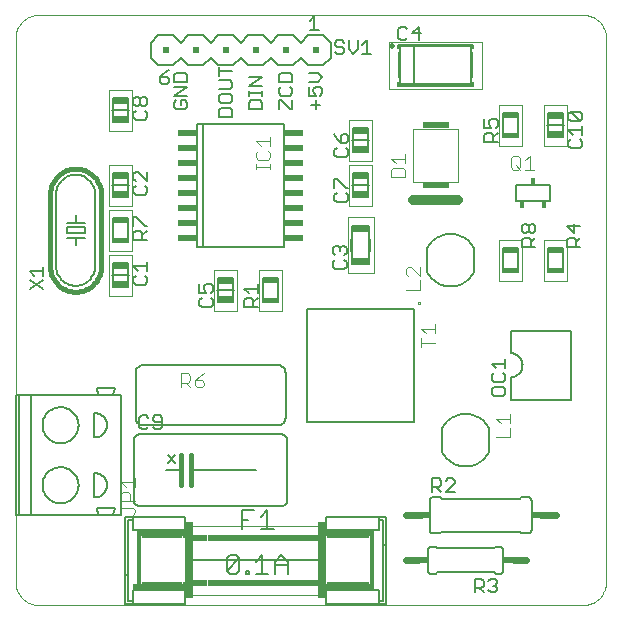
<source format=gto>
G75*
G70*
%OFA0B0*%
%FSLAX24Y24*%
%IPPOS*%
%LPD*%
%AMOC8*
5,1,8,0,0,1.08239X$1,22.5*
%
%ADD10C,0.0000*%
%ADD11C,0.0050*%
%ADD12C,0.0320*%
%ADD13C,0.0079*%
%ADD14C,0.0040*%
%ADD15R,0.0598X0.0193*%
%ADD16C,0.0160*%
%ADD17C,0.0060*%
%ADD18R,0.0492X0.0189*%
%ADD19R,0.0492X0.0157*%
%ADD20C,0.0020*%
%ADD21R,0.0150X0.1600*%
%ADD22R,0.0250X0.0450*%
%ADD23R,0.0250X0.1600*%
%ADD24R,0.0500X0.0200*%
%ADD25R,0.1750X0.0200*%
%ADD26R,0.3200X0.0200*%
%ADD27R,0.0100X0.0050*%
%ADD28R,0.1250X0.0050*%
%ADD29R,0.1600X0.0200*%
%ADD30C,0.0070*%
%ADD31C,0.0240*%
%ADD32R,0.0340X0.0240*%
%ADD33C,0.0197*%
%ADD34R,0.0050X0.0866*%
%ADD35R,0.0591X0.0199*%
%ADD36R,0.0866X0.0217*%
%ADD37R,0.0200X0.0200*%
%ADD38R,0.0180X0.0230*%
D10*
X000180Y000887D02*
X000180Y018998D01*
X000182Y019052D01*
X000187Y019105D01*
X000196Y019158D01*
X000209Y019210D01*
X000225Y019262D01*
X000245Y019312D01*
X000268Y019360D01*
X000295Y019407D01*
X000324Y019452D01*
X000357Y019495D01*
X000392Y019535D01*
X000430Y019573D01*
X000470Y019608D01*
X000513Y019641D01*
X000558Y019670D01*
X000605Y019697D01*
X000653Y019720D01*
X000703Y019740D01*
X000755Y019756D01*
X000807Y019769D01*
X000860Y019778D01*
X000913Y019783D01*
X000967Y019785D01*
X019078Y019785D01*
X019132Y019783D01*
X019185Y019778D01*
X019238Y019769D01*
X019290Y019756D01*
X019342Y019740D01*
X019392Y019720D01*
X019440Y019697D01*
X019487Y019670D01*
X019532Y019641D01*
X019575Y019608D01*
X019615Y019573D01*
X019653Y019535D01*
X019688Y019495D01*
X019721Y019452D01*
X019750Y019407D01*
X019777Y019360D01*
X019800Y019312D01*
X019820Y019262D01*
X019836Y019210D01*
X019849Y019158D01*
X019858Y019105D01*
X019863Y019052D01*
X019865Y018998D01*
X019865Y000887D01*
X019863Y000833D01*
X019858Y000780D01*
X019849Y000727D01*
X019836Y000675D01*
X019820Y000623D01*
X019800Y000573D01*
X019777Y000525D01*
X019750Y000478D01*
X019721Y000433D01*
X019688Y000390D01*
X019653Y000350D01*
X019615Y000312D01*
X019575Y000277D01*
X019532Y000244D01*
X019487Y000215D01*
X019440Y000188D01*
X019392Y000165D01*
X019342Y000145D01*
X019290Y000129D01*
X019238Y000116D01*
X019185Y000107D01*
X019132Y000102D01*
X019078Y000100D01*
X000967Y000100D01*
X000913Y000102D01*
X000860Y000107D01*
X000807Y000116D01*
X000755Y000129D01*
X000703Y000145D01*
X000653Y000165D01*
X000605Y000188D01*
X000558Y000215D01*
X000513Y000244D01*
X000470Y000277D01*
X000430Y000312D01*
X000392Y000350D01*
X000357Y000390D01*
X000324Y000433D01*
X000295Y000478D01*
X000268Y000525D01*
X000245Y000573D01*
X000225Y000623D01*
X000209Y000675D01*
X000196Y000727D01*
X000187Y000780D01*
X000182Y000833D01*
X000180Y000887D01*
X006786Y009911D02*
X006786Y011289D01*
X007574Y011289D01*
X007574Y009911D01*
X006786Y009911D01*
X008306Y009911D02*
X008306Y011289D01*
X009054Y011289D01*
X009054Y009911D01*
X008306Y009911D01*
X011247Y011175D02*
X011247Y013025D01*
X012113Y013025D01*
X012113Y011175D01*
X011247Y011175D01*
X011286Y013411D02*
X011286Y014789D01*
X012074Y014789D01*
X012074Y013411D01*
X011286Y013411D01*
X011286Y014911D02*
X011286Y016289D01*
X012074Y016289D01*
X012074Y014911D01*
X011286Y014911D01*
X012645Y017313D02*
X015715Y017313D01*
X015715Y018887D01*
X012645Y018887D01*
X012645Y017313D01*
X016306Y016789D02*
X016306Y015411D01*
X017054Y015411D01*
X017054Y016789D01*
X016306Y016789D01*
X017786Y016789D02*
X017786Y015411D01*
X018574Y015411D01*
X018574Y016789D01*
X017786Y016789D01*
X017806Y012289D02*
X018554Y012289D01*
X018554Y010911D01*
X017806Y010911D01*
X017806Y012289D01*
X017054Y012289D02*
X017054Y010911D01*
X016306Y010911D01*
X016306Y012289D01*
X017054Y012289D01*
X004074Y011789D02*
X004074Y010411D01*
X003286Y010411D01*
X003286Y011789D01*
X004074Y011789D01*
X004054Y011911D02*
X004054Y013289D01*
X003306Y013289D01*
X003306Y011911D01*
X004054Y011911D01*
X004074Y013411D02*
X003286Y013411D01*
X003286Y014789D01*
X004074Y014789D01*
X004074Y013411D01*
X004074Y015911D02*
X003286Y015911D01*
X003286Y017289D01*
X004074Y017289D01*
X004074Y015911D01*
D11*
X003926Y016206D02*
X003434Y016206D01*
X003434Y016994D01*
X003926Y016994D01*
X003926Y016206D01*
X004105Y016360D02*
X004180Y016285D01*
X004481Y016285D01*
X004556Y016360D01*
X004556Y016510D01*
X004481Y016585D01*
X004481Y016745D02*
X004405Y016745D01*
X004330Y016820D01*
X004330Y016971D01*
X004405Y017046D01*
X004481Y017046D01*
X004556Y016971D01*
X004556Y016820D01*
X004481Y016745D01*
X004330Y016820D02*
X004255Y016745D01*
X004180Y016745D01*
X004105Y016820D01*
X004105Y016971D01*
X004180Y017046D01*
X004255Y017046D01*
X004330Y016971D01*
X004180Y016585D02*
X004105Y016510D01*
X004105Y016360D01*
X003956Y016600D02*
X003404Y016600D01*
X004995Y017550D02*
X005070Y017475D01*
X005220Y017475D01*
X005295Y017550D01*
X005295Y017625D01*
X005220Y017700D01*
X004995Y017700D01*
X004995Y017550D01*
X004995Y017700D02*
X005145Y017850D01*
X005295Y017925D01*
X005455Y017771D02*
X005455Y017546D01*
X005905Y017546D01*
X005905Y017771D01*
X005830Y017846D01*
X005530Y017846D01*
X005455Y017771D01*
X005455Y017386D02*
X005905Y017386D01*
X005455Y017085D01*
X005905Y017085D01*
X005830Y016925D02*
X005680Y016925D01*
X005680Y016775D01*
X005530Y016625D02*
X005830Y016625D01*
X005905Y016700D01*
X005905Y016850D01*
X005830Y016925D01*
X005530Y016925D02*
X005455Y016850D01*
X005455Y016700D01*
X005530Y016625D01*
X006955Y016600D02*
X006955Y016375D01*
X007405Y016375D01*
X007405Y016600D01*
X007330Y016675D01*
X007030Y016675D01*
X006955Y016600D01*
X007030Y016835D02*
X007330Y016835D01*
X007405Y016910D01*
X007405Y017061D01*
X007330Y017136D01*
X007030Y017136D01*
X006955Y017061D01*
X006955Y016910D01*
X007030Y016835D01*
X006955Y017296D02*
X007330Y017296D01*
X007405Y017371D01*
X007405Y017521D01*
X007330Y017596D01*
X006955Y017596D01*
X006955Y017756D02*
X006955Y018056D01*
X006955Y017906D02*
X007405Y017906D01*
X007955Y017693D02*
X008405Y017693D01*
X007955Y017392D01*
X008405Y017392D01*
X008405Y017236D02*
X008405Y017085D01*
X008405Y017160D02*
X007955Y017160D01*
X007955Y017085D02*
X007955Y017236D01*
X008030Y016925D02*
X007955Y016850D01*
X007955Y016625D01*
X008405Y016625D01*
X008405Y016850D01*
X008330Y016925D01*
X008030Y016925D01*
X008955Y016925D02*
X008955Y016625D01*
X008955Y016925D02*
X009030Y016925D01*
X009330Y016625D01*
X009405Y016625D01*
X009405Y016925D01*
X009330Y017085D02*
X009030Y017085D01*
X008955Y017160D01*
X008955Y017311D01*
X009030Y017386D01*
X008955Y017546D02*
X008955Y017771D01*
X009030Y017846D01*
X009330Y017846D01*
X009405Y017771D01*
X009405Y017546D01*
X008955Y017546D01*
X009330Y017386D02*
X009405Y017311D01*
X009405Y017160D01*
X009330Y017085D01*
X009955Y017085D02*
X010180Y017085D01*
X010105Y017236D01*
X010105Y017311D01*
X010180Y017386D01*
X010330Y017386D01*
X010405Y017311D01*
X010405Y017160D01*
X010330Y017085D01*
X010180Y016925D02*
X010180Y016625D01*
X010030Y016775D02*
X010330Y016775D01*
X009955Y017085D02*
X009955Y017386D01*
X009955Y017546D02*
X010255Y017546D01*
X010405Y017696D01*
X010255Y017846D01*
X009955Y017846D01*
X010824Y018550D02*
X010899Y018475D01*
X011049Y018475D01*
X011124Y018550D01*
X011124Y018625D01*
X011049Y018700D01*
X010899Y018700D01*
X010824Y018775D01*
X010824Y018850D01*
X010899Y018925D01*
X011049Y018925D01*
X011124Y018850D01*
X011284Y018925D02*
X011284Y018625D01*
X011434Y018475D01*
X011584Y018625D01*
X011584Y018925D01*
X011745Y018775D02*
X011895Y018925D01*
X011895Y018475D01*
X011745Y018475D02*
X012045Y018475D01*
X012940Y018668D02*
X012940Y018789D01*
X015420Y018789D01*
X015420Y018668D01*
X015361Y018730D02*
X015361Y017470D01*
X013471Y017470D01*
X013471Y018730D01*
X015361Y018730D01*
X015420Y017532D02*
X015420Y017411D01*
X012940Y017411D01*
X012940Y017532D01*
X012999Y017470D02*
X013471Y017470D01*
X012999Y017470D02*
X012999Y018730D01*
X013471Y018730D01*
X013625Y018939D02*
X013625Y019389D01*
X013400Y019164D01*
X013700Y019164D01*
X013240Y019014D02*
X013165Y018939D01*
X013015Y018939D01*
X012940Y019014D01*
X012940Y019314D01*
X013015Y019389D01*
X013165Y019389D01*
X013240Y019314D01*
X010295Y019275D02*
X009995Y019275D01*
X010145Y019275D02*
X010145Y019725D01*
X009995Y019575D01*
X011434Y015994D02*
X011926Y015994D01*
X011926Y015206D01*
X011434Y015206D01*
X011434Y015994D01*
X011179Y015805D02*
X011104Y015805D01*
X011029Y015730D01*
X011029Y015505D01*
X011179Y015505D01*
X011254Y015580D01*
X011254Y015730D01*
X011179Y015805D01*
X011404Y015600D02*
X011956Y015600D01*
X011254Y015269D02*
X011254Y015119D01*
X011179Y015044D01*
X010879Y015044D01*
X010804Y015119D01*
X010804Y015269D01*
X010879Y015345D01*
X011029Y015505D02*
X010879Y015655D01*
X010804Y015805D01*
X011179Y015345D02*
X011254Y015269D01*
X011434Y014494D02*
X011926Y014494D01*
X011926Y013706D01*
X011434Y013706D01*
X011434Y014494D01*
X011404Y014100D02*
X011956Y014100D01*
X011254Y014005D02*
X011179Y014005D01*
X010879Y014305D01*
X010804Y014305D01*
X010804Y014005D01*
X010879Y013845D02*
X010804Y013769D01*
X010804Y013619D01*
X010879Y013544D01*
X011179Y013544D01*
X011254Y013619D01*
X011254Y013769D01*
X011179Y013845D01*
X011385Y012730D02*
X011975Y012730D01*
X011975Y011470D01*
X011385Y011470D01*
X011385Y012730D01*
X011365Y012297D02*
X011365Y011903D01*
X011215Y011844D02*
X011140Y011768D01*
X011215Y011844D02*
X011215Y011994D01*
X011140Y012069D01*
X011065Y012069D01*
X010990Y011994D01*
X010990Y011919D01*
X010990Y011994D02*
X010915Y012069D01*
X010840Y012069D01*
X010765Y011994D01*
X010765Y011844D01*
X010840Y011768D01*
X010840Y011608D02*
X010765Y011533D01*
X010765Y011383D01*
X010840Y011308D01*
X011140Y011308D01*
X011215Y011383D01*
X011215Y011533D01*
X011140Y011608D01*
X011995Y011903D02*
X011995Y012297D01*
X013893Y011994D02*
X013893Y011206D01*
X013893Y011994D02*
X013922Y012045D01*
X013954Y012094D01*
X013989Y012141D01*
X014028Y012185D01*
X014069Y012227D01*
X014113Y012265D01*
X014159Y012301D01*
X014208Y012334D01*
X014258Y012364D01*
X014311Y012390D01*
X014365Y012412D01*
X014420Y012431D01*
X014477Y012446D01*
X014534Y012458D01*
X014592Y012466D01*
X014651Y012470D01*
X014709Y012470D01*
X014768Y012466D01*
X014826Y012458D01*
X014883Y012446D01*
X014940Y012431D01*
X014995Y012412D01*
X015049Y012390D01*
X015102Y012364D01*
X015152Y012334D01*
X015201Y012301D01*
X015247Y012265D01*
X015291Y012227D01*
X015332Y012185D01*
X015371Y012141D01*
X015406Y012094D01*
X015438Y012045D01*
X015467Y011994D01*
X015467Y011206D01*
X015438Y011155D01*
X015406Y011106D01*
X015371Y011059D01*
X015332Y011015D01*
X015291Y010973D01*
X015247Y010935D01*
X015201Y010899D01*
X015152Y010866D01*
X015102Y010836D01*
X015049Y010810D01*
X014995Y010788D01*
X014940Y010769D01*
X014883Y010754D01*
X014826Y010742D01*
X014768Y010734D01*
X014709Y010730D01*
X014651Y010730D01*
X014592Y010734D01*
X014534Y010742D01*
X014477Y010754D01*
X014420Y010769D01*
X014365Y010788D01*
X014311Y010810D01*
X014258Y010836D01*
X014208Y010866D01*
X014159Y010899D01*
X014113Y010935D01*
X014069Y010973D01*
X014028Y011015D01*
X013989Y011059D01*
X013954Y011106D01*
X013922Y011155D01*
X013893Y011206D01*
X013450Y009980D02*
X009910Y009980D01*
X009910Y006220D01*
X013450Y006220D01*
X013450Y009980D01*
X016055Y008146D02*
X016505Y008146D01*
X016505Y007996D02*
X016505Y008296D01*
X016205Y007996D02*
X016055Y008146D01*
X016130Y007836D02*
X016055Y007761D01*
X016055Y007610D01*
X016130Y007535D01*
X016430Y007535D01*
X016505Y007610D01*
X016505Y007761D01*
X016430Y007836D01*
X016430Y007375D02*
X016130Y007375D01*
X016055Y007300D01*
X016055Y007150D01*
X016130Y007075D01*
X016430Y007075D01*
X016505Y007150D01*
X016505Y007300D01*
X016430Y007375D01*
X015967Y005994D02*
X015967Y005206D01*
X015967Y005994D02*
X015938Y006045D01*
X015906Y006094D01*
X015871Y006141D01*
X015832Y006185D01*
X015791Y006227D01*
X015747Y006265D01*
X015701Y006301D01*
X015652Y006334D01*
X015602Y006364D01*
X015549Y006390D01*
X015495Y006412D01*
X015440Y006431D01*
X015383Y006446D01*
X015326Y006458D01*
X015268Y006466D01*
X015209Y006470D01*
X015151Y006470D01*
X015092Y006466D01*
X015034Y006458D01*
X014977Y006446D01*
X014920Y006431D01*
X014865Y006412D01*
X014811Y006390D01*
X014758Y006364D01*
X014708Y006334D01*
X014659Y006301D01*
X014613Y006265D01*
X014569Y006227D01*
X014528Y006185D01*
X014489Y006141D01*
X014454Y006094D01*
X014422Y006045D01*
X014393Y005994D01*
X014393Y005206D01*
X014422Y005155D01*
X014454Y005106D01*
X014489Y005059D01*
X014528Y005015D01*
X014569Y004973D01*
X014613Y004935D01*
X014659Y004899D01*
X014708Y004866D01*
X014758Y004836D01*
X014811Y004810D01*
X014865Y004788D01*
X014920Y004769D01*
X014977Y004754D01*
X015034Y004742D01*
X015092Y004734D01*
X015151Y004730D01*
X015209Y004730D01*
X015268Y004734D01*
X015326Y004742D01*
X015383Y004754D01*
X015440Y004769D01*
X015495Y004788D01*
X015549Y004810D01*
X015602Y004836D01*
X015652Y004866D01*
X015701Y004899D01*
X015747Y004935D01*
X015791Y004973D01*
X015832Y005015D01*
X015871Y005059D01*
X015906Y005106D01*
X015938Y005155D01*
X015967Y005206D01*
X014816Y004250D02*
X014816Y004175D01*
X014515Y003875D01*
X014816Y003875D01*
X014816Y004250D02*
X014741Y004325D01*
X014590Y004325D01*
X014515Y004250D01*
X014355Y004250D02*
X014355Y004100D01*
X014280Y004025D01*
X014055Y004025D01*
X014055Y003875D02*
X014055Y004325D01*
X014280Y004325D01*
X014355Y004250D01*
X014205Y004025D02*
X014355Y003875D01*
X015484Y000975D02*
X015709Y000975D01*
X015784Y000900D01*
X015784Y000750D01*
X015709Y000675D01*
X015484Y000675D01*
X015484Y000525D02*
X015484Y000975D01*
X015634Y000675D02*
X015784Y000525D01*
X015945Y000600D02*
X016020Y000525D01*
X016170Y000525D01*
X016245Y000600D01*
X016245Y000675D01*
X016170Y000750D01*
X016095Y000750D01*
X016170Y000750D02*
X016245Y000825D01*
X016245Y000900D01*
X016170Y000975D01*
X016020Y000975D01*
X015945Y000900D01*
X009180Y006350D02*
X009180Y007850D01*
X009178Y007880D01*
X009173Y007910D01*
X009164Y007939D01*
X009151Y007966D01*
X009136Y007992D01*
X009117Y008016D01*
X009096Y008037D01*
X009072Y008056D01*
X009046Y008071D01*
X009019Y008084D01*
X008990Y008093D01*
X008960Y008098D01*
X008930Y008100D01*
X004430Y008100D01*
X004400Y008098D01*
X004370Y008093D01*
X004341Y008084D01*
X004314Y008071D01*
X004288Y008056D01*
X004264Y008037D01*
X004243Y008016D01*
X004224Y007992D01*
X004209Y007966D01*
X004196Y007939D01*
X004187Y007910D01*
X004182Y007880D01*
X004180Y007850D01*
X004180Y006350D01*
X004305Y006350D02*
X004305Y006050D01*
X004380Y005975D01*
X004530Y005975D01*
X004605Y006050D01*
X004765Y006050D02*
X004840Y005975D01*
X004991Y005975D01*
X005066Y006050D01*
X005066Y006350D01*
X004991Y006425D01*
X004840Y006425D01*
X004765Y006350D01*
X004765Y006275D01*
X004840Y006200D01*
X005066Y006200D01*
X004605Y006350D02*
X004530Y006425D01*
X004380Y006425D01*
X004305Y006350D01*
X004180Y006350D02*
X004182Y006320D01*
X004187Y006290D01*
X004196Y006261D01*
X004209Y006234D01*
X004224Y006208D01*
X004243Y006184D01*
X004264Y006163D01*
X004288Y006144D01*
X004314Y006129D01*
X004341Y006116D01*
X004370Y006107D01*
X004400Y006102D01*
X004430Y006100D01*
X008930Y006100D01*
X008960Y006102D01*
X008990Y006107D01*
X009019Y006116D01*
X009046Y006129D01*
X009072Y006144D01*
X009096Y006163D01*
X009117Y006184D01*
X009136Y006208D01*
X009151Y006234D01*
X009164Y006261D01*
X009173Y006290D01*
X009178Y006320D01*
X009180Y006350D01*
X008254Y010044D02*
X007804Y010044D01*
X007804Y010269D01*
X007879Y010345D01*
X008029Y010345D01*
X008104Y010269D01*
X008104Y010044D01*
X008104Y010194D02*
X008254Y010345D01*
X008254Y010505D02*
X008254Y010805D01*
X008254Y010655D02*
X007804Y010655D01*
X007954Y010505D01*
X008434Y010206D02*
X008434Y010994D01*
X008926Y010994D01*
X008926Y010206D01*
X008434Y010206D01*
X007426Y010206D02*
X007426Y010994D01*
X006934Y010994D01*
X006934Y010206D01*
X007426Y010206D01*
X007456Y010600D02*
X006904Y010600D01*
X006754Y010580D02*
X006754Y010730D01*
X006679Y010805D01*
X006529Y010805D01*
X006454Y010730D01*
X006454Y010655D01*
X006529Y010505D01*
X006304Y010505D01*
X006304Y010805D01*
X006379Y010345D02*
X006304Y010269D01*
X006304Y010119D01*
X006379Y010044D01*
X006679Y010044D01*
X006754Y010119D01*
X006754Y010269D01*
X006679Y010345D01*
X006679Y010505D02*
X006754Y010580D01*
X004556Y010860D02*
X004481Y010785D01*
X004180Y010785D01*
X004105Y010860D01*
X004105Y011010D01*
X004180Y011085D01*
X004255Y011245D02*
X004105Y011395D01*
X004556Y011395D01*
X004556Y011245D02*
X004556Y011546D01*
X004481Y011085D02*
X004556Y011010D01*
X004556Y010860D01*
X003956Y011100D02*
X003404Y011100D01*
X003434Y010706D02*
X003434Y011494D01*
X003926Y011494D01*
X003926Y010706D01*
X003434Y010706D01*
X003434Y012206D02*
X003434Y012994D01*
X003926Y012994D01*
X003926Y012206D01*
X003434Y012206D01*
X004105Y012285D02*
X004105Y012510D01*
X004180Y012585D01*
X004330Y012585D01*
X004405Y012510D01*
X004405Y012285D01*
X004405Y012435D02*
X004556Y012585D01*
X004556Y012745D02*
X004481Y012745D01*
X004180Y013046D01*
X004105Y013046D01*
X004105Y012745D01*
X004105Y012285D02*
X004556Y012285D01*
X004481Y013785D02*
X004180Y013785D01*
X004105Y013860D01*
X004105Y014010D01*
X004180Y014085D01*
X004180Y014245D02*
X004105Y014320D01*
X004105Y014471D01*
X004180Y014546D01*
X004255Y014546D01*
X004556Y014245D01*
X004556Y014546D01*
X004481Y014085D02*
X004556Y014010D01*
X004556Y013860D01*
X004481Y013785D01*
X003926Y013706D02*
X003926Y014494D01*
X003434Y014494D01*
X003434Y013706D01*
X003926Y013706D01*
X003956Y014100D02*
X003404Y014100D01*
X001105Y011386D02*
X001105Y011085D01*
X001105Y011236D02*
X000655Y011236D01*
X000805Y011085D01*
X000655Y010925D02*
X001105Y010625D01*
X001105Y010925D02*
X000655Y010625D01*
X002880Y007350D02*
X002930Y007100D01*
X002880Y007350D02*
X003480Y007350D01*
X003430Y007100D01*
X003680Y007100D02*
X003680Y003100D01*
X000680Y003100D01*
X000680Y007100D01*
X003680Y007100D01*
X002780Y006500D02*
X002780Y005700D01*
X002819Y005697D01*
X002858Y005698D01*
X002897Y005703D01*
X002935Y005711D01*
X002972Y005723D01*
X003008Y005738D01*
X003042Y005757D01*
X003074Y005779D01*
X003104Y005804D01*
X003131Y005832D01*
X003156Y005863D01*
X003177Y005895D01*
X003195Y005930D01*
X003210Y005966D01*
X003221Y006003D01*
X003229Y006042D01*
X003233Y006080D01*
X003233Y006120D01*
X003229Y006158D01*
X003221Y006197D01*
X003210Y006234D01*
X003195Y006270D01*
X003177Y006305D01*
X003156Y006337D01*
X003131Y006368D01*
X003104Y006396D01*
X003074Y006421D01*
X003042Y006443D01*
X003008Y006462D01*
X002972Y006477D01*
X002935Y006489D01*
X002897Y006497D01*
X002858Y006502D01*
X002819Y006503D01*
X002780Y006500D01*
X001080Y006100D02*
X001082Y006149D01*
X001088Y006197D01*
X001098Y006245D01*
X001112Y006292D01*
X001129Y006338D01*
X001150Y006382D01*
X001175Y006424D01*
X001203Y006464D01*
X001235Y006502D01*
X001269Y006537D01*
X001306Y006569D01*
X001345Y006598D01*
X001387Y006624D01*
X001431Y006646D01*
X001476Y006664D01*
X001523Y006679D01*
X001570Y006690D01*
X001619Y006697D01*
X001668Y006700D01*
X001717Y006699D01*
X001765Y006694D01*
X001814Y006685D01*
X001861Y006672D01*
X001907Y006655D01*
X001951Y006635D01*
X001994Y006611D01*
X002035Y006584D01*
X002073Y006553D01*
X002109Y006520D01*
X002141Y006484D01*
X002171Y006445D01*
X002198Y006404D01*
X002221Y006360D01*
X002240Y006315D01*
X002256Y006269D01*
X002268Y006222D01*
X002276Y006173D01*
X002280Y006124D01*
X002280Y006076D01*
X002276Y006027D01*
X002268Y005978D01*
X002256Y005931D01*
X002240Y005885D01*
X002221Y005840D01*
X002198Y005796D01*
X002171Y005755D01*
X002141Y005716D01*
X002109Y005680D01*
X002073Y005647D01*
X002035Y005616D01*
X001994Y005589D01*
X001951Y005565D01*
X001907Y005545D01*
X001861Y005528D01*
X001814Y005515D01*
X001765Y005506D01*
X001717Y005501D01*
X001668Y005500D01*
X001619Y005503D01*
X001570Y005510D01*
X001523Y005521D01*
X001476Y005536D01*
X001431Y005554D01*
X001387Y005576D01*
X001345Y005602D01*
X001306Y005631D01*
X001269Y005663D01*
X001235Y005698D01*
X001203Y005736D01*
X001175Y005776D01*
X001150Y005818D01*
X001129Y005862D01*
X001112Y005908D01*
X001098Y005955D01*
X001088Y006003D01*
X001082Y006051D01*
X001080Y006100D01*
X000680Y007100D02*
X000280Y007100D01*
X000280Y003100D01*
X000180Y003100D01*
X000180Y007100D01*
X000280Y007100D01*
X002780Y004500D02*
X002780Y003700D01*
X002880Y003350D02*
X002930Y003100D01*
X002880Y003350D02*
X003480Y003350D01*
X003430Y003100D01*
X002780Y003700D02*
X002819Y003697D01*
X002858Y003698D01*
X002897Y003703D01*
X002935Y003711D01*
X002972Y003723D01*
X003008Y003738D01*
X003042Y003757D01*
X003074Y003779D01*
X003104Y003804D01*
X003131Y003832D01*
X003156Y003863D01*
X003177Y003895D01*
X003195Y003930D01*
X003210Y003966D01*
X003221Y004003D01*
X003229Y004042D01*
X003233Y004080D01*
X003233Y004120D01*
X003229Y004158D01*
X003221Y004197D01*
X003210Y004234D01*
X003195Y004270D01*
X003177Y004305D01*
X003156Y004337D01*
X003131Y004368D01*
X003104Y004396D01*
X003074Y004421D01*
X003042Y004443D01*
X003008Y004462D01*
X002972Y004477D01*
X002935Y004489D01*
X002897Y004497D01*
X002858Y004502D01*
X002819Y004503D01*
X002780Y004500D01*
X001080Y004100D02*
X001082Y004149D01*
X001088Y004197D01*
X001098Y004245D01*
X001112Y004292D01*
X001129Y004338D01*
X001150Y004382D01*
X001175Y004424D01*
X001203Y004464D01*
X001235Y004502D01*
X001269Y004537D01*
X001306Y004569D01*
X001345Y004598D01*
X001387Y004624D01*
X001431Y004646D01*
X001476Y004664D01*
X001523Y004679D01*
X001570Y004690D01*
X001619Y004697D01*
X001668Y004700D01*
X001717Y004699D01*
X001765Y004694D01*
X001814Y004685D01*
X001861Y004672D01*
X001907Y004655D01*
X001951Y004635D01*
X001994Y004611D01*
X002035Y004584D01*
X002073Y004553D01*
X002109Y004520D01*
X002141Y004484D01*
X002171Y004445D01*
X002198Y004404D01*
X002221Y004360D01*
X002240Y004315D01*
X002256Y004269D01*
X002268Y004222D01*
X002276Y004173D01*
X002280Y004124D01*
X002280Y004076D01*
X002276Y004027D01*
X002268Y003978D01*
X002256Y003931D01*
X002240Y003885D01*
X002221Y003840D01*
X002198Y003796D01*
X002171Y003755D01*
X002141Y003716D01*
X002109Y003680D01*
X002073Y003647D01*
X002035Y003616D01*
X001994Y003589D01*
X001951Y003565D01*
X001907Y003545D01*
X001861Y003528D01*
X001814Y003515D01*
X001765Y003506D01*
X001717Y003501D01*
X001668Y003500D01*
X001619Y003503D01*
X001570Y003510D01*
X001523Y003521D01*
X001476Y003536D01*
X001431Y003554D01*
X001387Y003576D01*
X001345Y003602D01*
X001306Y003631D01*
X001269Y003663D01*
X001235Y003698D01*
X001203Y003736D01*
X001175Y003776D01*
X001150Y003818D01*
X001129Y003862D01*
X001112Y003908D01*
X001098Y003955D01*
X001088Y004003D01*
X001082Y004051D01*
X001080Y004100D01*
X000680Y003100D02*
X000280Y003100D01*
X015804Y015544D02*
X015804Y015769D01*
X015879Y015845D01*
X016029Y015845D01*
X016104Y015769D01*
X016104Y015544D01*
X016254Y015544D02*
X015804Y015544D01*
X016104Y015694D02*
X016254Y015845D01*
X016179Y016005D02*
X016254Y016080D01*
X016254Y016230D01*
X016179Y016305D01*
X016029Y016305D01*
X015954Y016230D01*
X015954Y016155D01*
X016029Y016005D01*
X015804Y016005D01*
X015804Y016305D01*
X016434Y016494D02*
X016434Y015706D01*
X016926Y015706D01*
X016926Y016494D01*
X016434Y016494D01*
X017934Y016494D02*
X017934Y015706D01*
X018426Y015706D01*
X018426Y016494D01*
X017934Y016494D01*
X017904Y016100D02*
X018456Y016100D01*
X018605Y015935D02*
X019056Y015935D01*
X019056Y015785D02*
X019056Y016085D01*
X018981Y016245D02*
X018680Y016546D01*
X018981Y016546D01*
X019056Y016471D01*
X019056Y016320D01*
X018981Y016245D01*
X018680Y016245D01*
X018605Y016320D01*
X018605Y016471D01*
X018680Y016546D01*
X018605Y015935D02*
X018755Y015785D01*
X018680Y015625D02*
X018605Y015550D01*
X018605Y015400D01*
X018680Y015325D01*
X018981Y015325D01*
X019056Y015400D01*
X019056Y015550D01*
X018981Y015625D01*
X017990Y014110D02*
X016870Y014110D01*
X016870Y013590D01*
X017990Y013590D01*
X017990Y014110D01*
X017429Y012805D02*
X017354Y012805D01*
X017279Y012730D01*
X017279Y012580D01*
X017204Y012505D01*
X017129Y012505D01*
X017054Y012580D01*
X017054Y012730D01*
X017129Y012805D01*
X017204Y012805D01*
X017279Y012730D01*
X017279Y012580D02*
X017354Y012505D01*
X017429Y012505D01*
X017504Y012580D01*
X017504Y012730D01*
X017429Y012805D01*
X017504Y012345D02*
X017354Y012194D01*
X017354Y012269D02*
X017354Y012044D01*
X017504Y012044D02*
X017054Y012044D01*
X017054Y012269D01*
X017129Y012345D01*
X017279Y012345D01*
X017354Y012269D01*
X016926Y011994D02*
X016926Y011206D01*
X016434Y011206D01*
X016434Y011994D01*
X016926Y011994D01*
X017934Y011994D02*
X017934Y011206D01*
X018426Y011206D01*
X018426Y011994D01*
X017934Y011994D01*
X018554Y012044D02*
X018554Y012269D01*
X018629Y012345D01*
X018779Y012345D01*
X018854Y012269D01*
X018854Y012044D01*
X019004Y012044D02*
X018554Y012044D01*
X018854Y012194D02*
X019004Y012345D01*
X018779Y012505D02*
X018779Y012805D01*
X018554Y012730D02*
X018779Y012505D01*
X019004Y012730D02*
X018554Y012730D01*
D12*
X014930Y013600D02*
X013430Y013600D01*
D13*
X009137Y012057D02*
X006420Y012057D01*
X006223Y012057D01*
X006223Y016143D01*
X006420Y016143D01*
X006420Y012057D01*
X009137Y012057D02*
X009137Y016143D01*
X006420Y016143D01*
D14*
X008200Y015563D02*
X008353Y015410D01*
X008276Y015256D02*
X008200Y015179D01*
X008200Y015026D01*
X008276Y014949D01*
X008583Y014949D01*
X008660Y015026D01*
X008660Y015179D01*
X008583Y015256D01*
X008660Y015410D02*
X008660Y015717D01*
X008660Y015563D02*
X008200Y015563D01*
X008200Y014796D02*
X008200Y014642D01*
X008200Y014719D02*
X008660Y014719D01*
X008660Y014642D02*
X008660Y014796D01*
X012700Y014984D02*
X013160Y014984D01*
X013160Y015137D02*
X013160Y014830D01*
X013083Y014677D02*
X012776Y014677D01*
X012700Y014600D01*
X012700Y014370D01*
X013160Y014370D01*
X013160Y014600D01*
X013083Y014677D01*
X012853Y014830D02*
X012700Y014984D01*
X013424Y014218D02*
X013424Y015982D01*
X014936Y015982D01*
X014936Y014218D01*
X013424Y014218D01*
X013353Y011387D02*
X013276Y011387D01*
X013200Y011311D01*
X013200Y011157D01*
X013276Y011080D01*
X013353Y011387D02*
X013660Y011080D01*
X013660Y011387D01*
X013660Y010927D02*
X013660Y010620D01*
X013200Y010620D01*
X013583Y010217D02*
X013660Y010217D01*
X013660Y010140D01*
X013583Y010140D01*
X013583Y010217D01*
X014160Y009467D02*
X014160Y009160D01*
X014160Y009313D02*
X013700Y009313D01*
X013853Y009160D01*
X013700Y009006D02*
X013700Y008699D01*
X013700Y008853D02*
X014160Y008853D01*
X016660Y006467D02*
X016660Y006160D01*
X016660Y006313D02*
X016200Y006313D01*
X016353Y006160D01*
X016660Y006006D02*
X016660Y005699D01*
X016200Y005699D01*
X016777Y014620D02*
X016700Y014697D01*
X016700Y015004D01*
X016777Y015080D01*
X016930Y015080D01*
X017007Y015004D01*
X017007Y014697D01*
X016930Y014620D01*
X016777Y014620D01*
X016853Y014773D02*
X017007Y014620D01*
X017160Y014620D02*
X017467Y014620D01*
X017314Y014620D02*
X017314Y015080D01*
X017160Y014927D01*
X006467Y007830D02*
X006314Y007754D01*
X006160Y007600D01*
X006391Y007600D01*
X006467Y007523D01*
X006467Y007447D01*
X006391Y007370D01*
X006237Y007370D01*
X006160Y007447D01*
X006160Y007600D01*
X006007Y007600D02*
X005930Y007523D01*
X005700Y007523D01*
X005700Y007370D02*
X005700Y007830D01*
X005930Y007830D01*
X006007Y007754D01*
X006007Y007600D01*
X005853Y007523D02*
X006007Y007370D01*
X004160Y004348D02*
X004160Y004041D01*
X004160Y004194D02*
X003700Y004194D01*
X003853Y004041D01*
X003776Y003887D02*
X003700Y003811D01*
X003700Y003580D01*
X004160Y003580D01*
X004007Y003580D02*
X004007Y003811D01*
X003930Y003887D01*
X003776Y003887D01*
X003700Y003427D02*
X003700Y003273D01*
X003700Y003350D02*
X004083Y003350D01*
X004160Y003273D01*
X004160Y003197D01*
X004083Y003120D01*
D15*
X005885Y012350D03*
X005885Y012850D03*
X005885Y013350D03*
X005885Y013850D03*
X005885Y014350D03*
X005885Y014850D03*
X005885Y015350D03*
X005885Y015850D03*
X009475Y015850D03*
X009475Y015350D03*
X009475Y014850D03*
X009475Y014350D03*
X009475Y013850D03*
X009475Y013350D03*
X009475Y012850D03*
X009475Y012350D03*
D16*
X003030Y011400D02*
X003030Y013800D01*
X003028Y013857D01*
X003022Y013913D01*
X003013Y013969D01*
X003000Y014025D01*
X002983Y014079D01*
X002963Y014132D01*
X002939Y014183D01*
X002911Y014233D01*
X002881Y014281D01*
X002847Y014327D01*
X002810Y014370D01*
X002771Y014411D01*
X002729Y014449D01*
X002684Y014484D01*
X002637Y014516D01*
X002588Y014545D01*
X002538Y014571D01*
X002485Y014593D01*
X002432Y014612D01*
X002377Y014627D01*
X002321Y014638D01*
X002265Y014646D01*
X002208Y014650D01*
X002152Y014650D01*
X002095Y014646D01*
X002039Y014638D01*
X001983Y014627D01*
X001928Y014612D01*
X001875Y014593D01*
X001822Y014571D01*
X001772Y014545D01*
X001723Y014516D01*
X001676Y014484D01*
X001631Y014449D01*
X001589Y014411D01*
X001550Y014370D01*
X001513Y014327D01*
X001479Y014281D01*
X001449Y014233D01*
X001421Y014183D01*
X001397Y014132D01*
X001377Y014079D01*
X001360Y014025D01*
X001347Y013969D01*
X001338Y013913D01*
X001332Y013857D01*
X001330Y013800D01*
X001330Y011400D01*
X001332Y011343D01*
X001338Y011287D01*
X001347Y011231D01*
X001360Y011175D01*
X001377Y011121D01*
X001397Y011068D01*
X001421Y011017D01*
X001449Y010967D01*
X001479Y010919D01*
X001513Y010873D01*
X001550Y010830D01*
X001589Y010789D01*
X001631Y010751D01*
X001676Y010716D01*
X001723Y010684D01*
X001772Y010655D01*
X001822Y010629D01*
X001875Y010607D01*
X001928Y010588D01*
X001983Y010573D01*
X002039Y010562D01*
X002095Y010554D01*
X002152Y010550D01*
X002208Y010550D01*
X002265Y010554D01*
X002321Y010562D01*
X002377Y010573D01*
X002432Y010588D01*
X002485Y010607D01*
X002538Y010629D01*
X002588Y010655D01*
X002637Y010684D01*
X002684Y010716D01*
X002729Y010751D01*
X002771Y010789D01*
X002810Y010830D01*
X002847Y010873D01*
X002881Y010919D01*
X002911Y010967D01*
X002939Y011017D01*
X002963Y011068D01*
X002983Y011121D01*
X003000Y011175D01*
X003013Y011231D01*
X003022Y011287D01*
X003028Y011343D01*
X003030Y011400D01*
X005680Y005100D02*
X005680Y004600D01*
X005680Y004100D01*
X006030Y004100D02*
X006030Y004600D01*
X006030Y005100D01*
D17*
X006030Y004600D02*
X008180Y004600D01*
X009230Y003600D02*
X009228Y003574D01*
X009223Y003548D01*
X009215Y003523D01*
X009203Y003500D01*
X009189Y003478D01*
X009171Y003459D01*
X009152Y003441D01*
X009130Y003427D01*
X009107Y003415D01*
X009082Y003407D01*
X009056Y003402D01*
X009030Y003400D01*
X004330Y003400D01*
X004304Y003402D01*
X004278Y003407D01*
X004253Y003415D01*
X004230Y003427D01*
X004208Y003441D01*
X004189Y003459D01*
X004171Y003478D01*
X004157Y003500D01*
X004145Y003523D01*
X004137Y003548D01*
X004132Y003574D01*
X004130Y003600D01*
X004130Y005600D01*
X004132Y005626D01*
X004137Y005652D01*
X004145Y005677D01*
X004157Y005700D01*
X004171Y005722D01*
X004189Y005741D01*
X004208Y005759D01*
X004230Y005773D01*
X004253Y005785D01*
X004278Y005793D01*
X004304Y005798D01*
X004330Y005800D01*
X009030Y005800D01*
X009056Y005798D01*
X009082Y005793D01*
X009107Y005785D01*
X009130Y005773D01*
X009152Y005759D01*
X009171Y005741D01*
X009189Y005722D01*
X009203Y005700D01*
X009215Y005677D01*
X009223Y005652D01*
X009228Y005626D01*
X009230Y005600D01*
X009230Y003600D01*
X010530Y003050D02*
X010530Y002600D01*
X012280Y002600D01*
X012280Y002950D01*
X012430Y002950D01*
X012430Y002400D01*
X012430Y002100D01*
X012430Y000800D01*
X012430Y000250D01*
X012280Y000250D01*
X012280Y000600D01*
X010530Y000600D01*
X010530Y000150D01*
X012280Y000150D01*
X012530Y000150D01*
X012530Y000800D01*
X012530Y002100D01*
X012430Y002100D01*
X012530Y002100D02*
X012530Y002400D01*
X012530Y003050D01*
X012280Y003050D01*
X010530Y003050D01*
X010280Y001600D02*
X009480Y001600D01*
X006880Y001600D01*
X006080Y001600D01*
X005830Y000600D02*
X005830Y000150D01*
X004080Y000150D01*
X003830Y000150D01*
X003830Y000800D01*
X003830Y001100D01*
X003830Y002400D01*
X003830Y003050D01*
X004080Y003050D01*
X004080Y002950D01*
X004080Y002600D01*
X005830Y002600D01*
X005830Y003050D01*
X004080Y003050D01*
X004080Y002950D02*
X003930Y002950D01*
X003930Y002400D01*
X003930Y001100D01*
X003930Y000800D01*
X003930Y000250D01*
X004080Y000250D01*
X004080Y000600D01*
X005830Y000600D01*
X004080Y000250D02*
X004080Y000150D01*
X003930Y001100D02*
X003830Y001100D01*
X005180Y004600D02*
X005680Y004600D01*
X005480Y004830D02*
X005260Y005120D01*
X005480Y005120D02*
X005260Y004830D01*
X002830Y011400D02*
X002830Y013800D01*
X002828Y013850D01*
X002822Y013899D01*
X002813Y013948D01*
X002800Y013996D01*
X002783Y014043D01*
X002763Y014088D01*
X002739Y014132D01*
X002712Y014174D01*
X002681Y014214D01*
X002648Y014251D01*
X002612Y014285D01*
X002574Y014317D01*
X002533Y014346D01*
X002491Y014371D01*
X002446Y014393D01*
X002400Y014412D01*
X002352Y014427D01*
X002304Y014438D01*
X002255Y014446D01*
X002205Y014450D01*
X002155Y014450D01*
X002105Y014446D01*
X002056Y014438D01*
X002008Y014427D01*
X001960Y014412D01*
X001914Y014393D01*
X001869Y014371D01*
X001827Y014346D01*
X001786Y014317D01*
X001748Y014285D01*
X001712Y014251D01*
X001679Y014214D01*
X001648Y014174D01*
X001621Y014132D01*
X001597Y014088D01*
X001577Y014043D01*
X001560Y013996D01*
X001547Y013948D01*
X001538Y013899D01*
X001532Y013850D01*
X001530Y013800D01*
X001530Y011400D01*
X001532Y011350D01*
X001538Y011301D01*
X001547Y011252D01*
X001560Y011204D01*
X001577Y011157D01*
X001597Y011112D01*
X001621Y011068D01*
X001648Y011026D01*
X001679Y010986D01*
X001712Y010949D01*
X001748Y010915D01*
X001786Y010883D01*
X001827Y010854D01*
X001869Y010829D01*
X001914Y010807D01*
X001960Y010788D01*
X002008Y010773D01*
X002056Y010762D01*
X002105Y010754D01*
X002155Y010750D01*
X002205Y010750D01*
X002255Y010754D01*
X002304Y010762D01*
X002352Y010773D01*
X002400Y010788D01*
X002446Y010807D01*
X002491Y010829D01*
X002533Y010854D01*
X002574Y010883D01*
X002612Y010915D01*
X002648Y010949D01*
X002681Y010986D01*
X002712Y011026D01*
X002739Y011068D01*
X002763Y011112D01*
X002783Y011157D01*
X002800Y011204D01*
X002813Y011252D01*
X002822Y011301D01*
X002828Y011350D01*
X002830Y011400D01*
X002180Y012100D02*
X002180Y012350D01*
X002480Y012350D01*
X002480Y012500D02*
X001880Y012500D01*
X001880Y012700D01*
X002480Y012700D01*
X002480Y012500D01*
X002180Y012350D02*
X001880Y012350D01*
X001880Y012850D02*
X002180Y012850D01*
X002180Y013100D01*
X002180Y012850D02*
X002480Y012850D01*
X004930Y018100D02*
X004680Y018350D01*
X004680Y018850D01*
X004930Y019100D01*
X005430Y019100D01*
X005680Y018850D01*
X005930Y019100D01*
X006430Y019100D01*
X006680Y018850D01*
X006930Y019100D01*
X007430Y019100D01*
X007680Y018850D01*
X007930Y019100D01*
X008430Y019100D01*
X008680Y018850D01*
X008930Y019100D01*
X009430Y019100D01*
X009680Y018850D01*
X009930Y019100D01*
X010430Y019100D01*
X010680Y018850D01*
X010680Y018350D01*
X010430Y018100D01*
X009930Y018100D01*
X009680Y018350D01*
X009430Y018100D01*
X008930Y018100D01*
X008680Y018350D01*
X008430Y018100D01*
X007930Y018100D01*
X007680Y018350D01*
X007430Y018100D01*
X006930Y018100D01*
X006680Y018350D01*
X006430Y018100D01*
X005930Y018100D01*
X005680Y018350D01*
X005430Y018100D01*
X004930Y018100D01*
X016680Y009250D02*
X016680Y008500D01*
X016719Y008498D01*
X016758Y008492D01*
X016796Y008483D01*
X016833Y008470D01*
X016869Y008453D01*
X016902Y008433D01*
X016934Y008409D01*
X016963Y008383D01*
X016989Y008354D01*
X017013Y008322D01*
X017033Y008289D01*
X017050Y008253D01*
X017063Y008216D01*
X017072Y008178D01*
X017078Y008139D01*
X017080Y008100D01*
X017078Y008061D01*
X017072Y008022D01*
X017063Y007984D01*
X017050Y007947D01*
X017033Y007911D01*
X017013Y007878D01*
X016989Y007846D01*
X016963Y007817D01*
X016934Y007791D01*
X016902Y007767D01*
X016869Y007747D01*
X016833Y007730D01*
X016796Y007717D01*
X016758Y007708D01*
X016719Y007702D01*
X016680Y007700D01*
X016680Y006950D01*
X018680Y006950D01*
X018680Y009250D01*
X016680Y009250D01*
X017030Y003700D02*
X017280Y003700D01*
X017297Y003698D01*
X017314Y003694D01*
X017330Y003687D01*
X017344Y003677D01*
X017357Y003664D01*
X017367Y003650D01*
X017374Y003634D01*
X017378Y003617D01*
X017380Y003600D01*
X017380Y002600D01*
X017378Y002583D01*
X017374Y002566D01*
X017367Y002550D01*
X017357Y002536D01*
X017344Y002523D01*
X017330Y002513D01*
X017314Y002506D01*
X017297Y002502D01*
X017280Y002500D01*
X017030Y002500D01*
X016980Y002550D01*
X014380Y002550D01*
X014330Y002500D01*
X014080Y002500D01*
X014063Y002502D01*
X014046Y002506D01*
X014030Y002513D01*
X014016Y002523D01*
X014003Y002536D01*
X013993Y002550D01*
X013986Y002566D01*
X013982Y002583D01*
X013980Y002600D01*
X013980Y003600D01*
X013982Y003617D01*
X013986Y003634D01*
X013993Y003650D01*
X014003Y003664D01*
X014016Y003677D01*
X014030Y003687D01*
X014046Y003694D01*
X014063Y003698D01*
X014080Y003700D01*
X014330Y003700D01*
X014380Y003650D01*
X016980Y003650D01*
X017030Y003700D01*
X016330Y002050D02*
X016180Y002050D01*
X016130Y002000D01*
X014230Y002000D01*
X014180Y002050D01*
X014030Y002050D01*
X014013Y002048D01*
X013996Y002044D01*
X013980Y002037D01*
X013966Y002027D01*
X013953Y002014D01*
X013943Y002000D01*
X013936Y001984D01*
X013932Y001967D01*
X013930Y001950D01*
X013930Y001250D01*
X013932Y001233D01*
X013936Y001216D01*
X013943Y001200D01*
X013953Y001186D01*
X013966Y001173D01*
X013980Y001163D01*
X013996Y001156D01*
X014013Y001152D01*
X014030Y001150D01*
X014180Y001150D01*
X014230Y001200D01*
X016130Y001200D01*
X016180Y001150D01*
X016330Y001150D01*
X016347Y001152D01*
X016364Y001156D01*
X016380Y001163D01*
X016394Y001173D01*
X016407Y001186D01*
X016417Y001200D01*
X016424Y001216D01*
X016428Y001233D01*
X016430Y001250D01*
X016430Y001950D01*
X016428Y001967D01*
X016424Y001984D01*
X016417Y002000D01*
X016407Y002014D01*
X016394Y002027D01*
X016380Y002037D01*
X016364Y002044D01*
X016347Y002048D01*
X016330Y002050D01*
X012280Y002950D02*
X012280Y003050D01*
X012280Y000250D02*
X012280Y000150D01*
D18*
X007180Y010301D03*
X007180Y010899D03*
X003680Y010801D03*
X003680Y011399D03*
X003680Y013801D03*
X003680Y014399D03*
X003680Y016301D03*
X003680Y016899D03*
X011680Y015899D03*
X011680Y015301D03*
X011680Y014399D03*
X011680Y013801D03*
X018180Y015801D03*
X018180Y016399D03*
D19*
X016680Y016415D03*
X016680Y015785D03*
X016680Y011915D03*
X016680Y011285D03*
X018180Y011285D03*
X018180Y011915D03*
X008680Y010915D03*
X008680Y010285D03*
X003680Y012285D03*
X003680Y012915D03*
D20*
X006080Y002750D02*
X010280Y002750D01*
X010280Y000450D02*
X006080Y000450D01*
D21*
X004305Y001600D03*
X012055Y001600D03*
D22*
X010405Y000575D03*
X010405Y002625D03*
X005955Y002625D03*
X005955Y000575D03*
D23*
X005955Y001600D03*
X010405Y001600D03*
D24*
X010030Y000850D03*
X010030Y002350D03*
X006330Y002350D03*
X006330Y000850D03*
D25*
X004955Y000700D03*
D26*
X008180Y000850D03*
X008180Y002350D03*
D27*
X005780Y002375D03*
X004430Y002375D03*
X004430Y000825D03*
X005780Y000825D03*
X010580Y000825D03*
X011930Y000825D03*
X011930Y002375D03*
X010580Y002375D03*
D28*
X011255Y002375D03*
X011255Y000825D03*
X005105Y000825D03*
X005105Y002375D03*
D29*
X005030Y002500D03*
X011330Y002500D03*
X011330Y000700D03*
D30*
X009247Y001135D02*
X009247Y001555D01*
X009037Y001766D01*
X008826Y001555D01*
X008826Y001135D01*
X008602Y001135D02*
X008182Y001135D01*
X008392Y001135D02*
X008392Y001766D01*
X008182Y001555D01*
X007965Y001240D02*
X007965Y001135D01*
X007860Y001135D01*
X007860Y001240D01*
X007965Y001240D01*
X007635Y001240D02*
X007635Y001660D01*
X007215Y001240D01*
X007320Y001135D01*
X007530Y001135D01*
X007635Y001240D01*
X007215Y001240D02*
X007215Y001660D01*
X007320Y001766D01*
X007530Y001766D01*
X007635Y001660D01*
X007715Y002635D02*
X007715Y003266D01*
X008135Y003266D01*
X008360Y003055D02*
X008570Y003266D01*
X008570Y002635D01*
X008360Y002635D02*
X008780Y002635D01*
X007925Y002950D02*
X007715Y002950D01*
X008826Y001450D02*
X009247Y001450D01*
D31*
X013180Y001600D02*
X013580Y001600D01*
X013680Y003100D02*
X013180Y003100D01*
X016780Y001600D02*
X017180Y001600D01*
X017680Y003100D02*
X018180Y003100D01*
D32*
X017550Y003100D03*
X016600Y001600D03*
X013760Y001600D03*
X013810Y003100D03*
D33*
X012716Y018741D03*
D34*
X012949Y018100D03*
X015411Y018100D03*
D35*
X011680Y012631D03*
X011680Y011569D03*
D36*
X014180Y014106D03*
X014180Y016094D03*
D37*
X010180Y018600D03*
X009180Y018600D03*
X008180Y018600D03*
X007180Y018600D03*
X006180Y018600D03*
X005180Y018600D03*
D38*
X017060Y013455D03*
X017800Y013455D03*
X017430Y014245D03*
M02*

</source>
